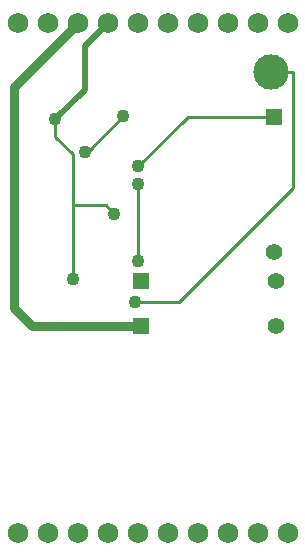
<source format=gbr>
%TF.GenerationSoftware,KiCad,Pcbnew,8.0.8*%
%TF.CreationDate,2025-03-02T20:22:08-05:00*%
%TF.ProjectId,Precharge Module V3.0,50726563-6861-4726-9765-204d6f64756c,rev?*%
%TF.SameCoordinates,Original*%
%TF.FileFunction,Copper,L2,Bot*%
%TF.FilePolarity,Positive*%
%FSLAX46Y46*%
G04 Gerber Fmt 4.6, Leading zero omitted, Abs format (unit mm)*
G04 Created by KiCad (PCBNEW 8.0.8) date 2025-03-02 20:22:08*
%MOMM*%
%LPD*%
G01*
G04 APERTURE LIST*
%TA.AperFunction,ComponentPad*%
%ADD10R,1.397000X1.397000*%
%TD*%
%TA.AperFunction,ComponentPad*%
%ADD11C,1.397000*%
%TD*%
%TA.AperFunction,ComponentPad*%
%ADD12C,3.000000*%
%TD*%
%TA.AperFunction,ComponentPad*%
%ADD13C,1.750000*%
%TD*%
%TA.AperFunction,ViaPad*%
%ADD14C,1.100000*%
%TD*%
%TA.AperFunction,Conductor*%
%ADD15C,0.250000*%
%TD*%
%TA.AperFunction,Conductor*%
%ADD16C,0.500000*%
%TD*%
%TA.AperFunction,Conductor*%
%ADD17C,0.750000*%
%TD*%
G04 APERTURE END LIST*
D10*
%TO.P,R6,1*%
%TO.N,Net-(U1-VCC)*%
X61250000Y-51000000D03*
D11*
%TO.P,R6,2*%
%TO.N,Net-(Q1-E)*%
X72680000Y-51000000D03*
%TD*%
D12*
%TO.P,PC COIL -,1,1*%
%TO.N,Net-(D3-A)*%
X72250000Y-29500000D03*
%TD*%
D10*
%TO.P,R8,1*%
%TO.N,Net-(Q1-C)*%
X61250000Y-47250000D03*
D11*
%TO.P,R8,2*%
%TO.N,Net-(U2-G)*%
X72680000Y-47250000D03*
%TD*%
D10*
%TO.P,R7,1*%
%TO.N,Net-(U3-G)*%
X72500000Y-33285000D03*
D11*
%TO.P,R7,2*%
%TO.N,Net-(U2-G)*%
X72500000Y-44715000D03*
%TD*%
D13*
%TO.P,J2,1,1*%
%TO.N,N/C*%
X50800000Y-68580000D03*
%TO.P,J2,2,2*%
X53340000Y-68580000D03*
%TO.P,J2,3,3*%
X55880000Y-68580000D03*
%TO.P,J2,4,4*%
X58420000Y-68580000D03*
%TO.P,J2,5,5*%
X60960000Y-68580000D03*
%TO.P,J2,6,6*%
X63500000Y-68580000D03*
%TO.P,J2,7,7*%
X66040000Y-68580000D03*
%TO.P,J2,8,8*%
X68580000Y-68580000D03*
%TO.P,J2,9,9*%
X71120000Y-68580000D03*
%TO.P,J2,10,10*%
X73660000Y-68580000D03*
%TD*%
%TO.P,J1,1,1*%
%TO.N,Net-(U2-D)*%
X50800000Y-25400000D03*
%TO.P,J1,2,2*%
%TO.N,Net-(U3-D)*%
X53340000Y-25400000D03*
%TO.P,J1,3,3*%
%TO.N,Net-(U1-VCC)*%
X55880000Y-25400000D03*
%TO.P,J1,4,4*%
%TO.N,Net-(Q1-C)*%
X58420000Y-25400000D03*
%TO.P,J1,5,5*%
%TO.N,Net-(D3-A)*%
X60960000Y-25400000D03*
%TO.P,J1,6,6*%
%TO.N,unconnected-(J1-Pad6)*%
X63500000Y-25400000D03*
%TO.P,J1,7,7*%
%TO.N,unconnected-(J1-Pad7)*%
X66040000Y-25400000D03*
%TO.P,J1,8,8*%
%TO.N,unconnected-(J1-Pad8)*%
X68580000Y-25400000D03*
%TO.P,J1,9,9*%
%TO.N,unconnected-(J1-Pad9)*%
X71120000Y-25400000D03*
%TO.P,J1,10,10*%
%TO.N,unconnected-(J1-Pad10)*%
X73660000Y-25400000D03*
%TD*%
D14*
%TO.N,Net-(Q1-C)*%
X55500000Y-47000000D03*
X54000000Y-33500000D03*
X59000000Y-41500000D03*
%TO.N,Net-(U1-CV)*%
X61000000Y-39000000D03*
X61000000Y-45500000D03*
%TO.N,Net-(D3-A)*%
X60750000Y-49000000D03*
%TO.N,Net-(U1-THR)*%
X56500000Y-36250000D03*
X59750000Y-33250000D03*
%TO.N,Net-(U3-G)*%
X61000000Y-37500000D03*
%TD*%
D15*
%TO.N,Net-(Q1-C)*%
X54000000Y-33500000D02*
X54000000Y-35000000D01*
D16*
X54000000Y-33500000D02*
X56500000Y-31000000D01*
D15*
X55500000Y-47000000D02*
X55500000Y-40750000D01*
D16*
X56500000Y-27320000D02*
X58420000Y-25400000D01*
X56500000Y-31000000D02*
X56500000Y-27320000D01*
D15*
X54000000Y-35000000D02*
X55500000Y-36500000D01*
X59000000Y-41500000D02*
X58250000Y-40750000D01*
X55500000Y-36500000D02*
X55500000Y-40750000D01*
X58250000Y-40750000D02*
X55500000Y-40750000D01*
%TO.N,Net-(U1-CV)*%
X61000000Y-39000000D02*
X61000000Y-45500000D01*
%TO.N,Net-(D3-A)*%
X64447000Y-49000000D02*
X74138000Y-39309000D01*
X74138000Y-39309000D02*
X74138000Y-29500000D01*
X74138000Y-29500000D02*
X72250000Y-29500000D01*
X60750000Y-49000000D02*
X64447000Y-49000000D01*
%TO.N,Net-(U1-THR)*%
X59750000Y-33250000D02*
X56750000Y-36250000D01*
X56750000Y-36250000D02*
X56500000Y-36250000D01*
D17*
%TO.N,Net-(U1-VCC)*%
X50500000Y-49500000D02*
X50500000Y-30780000D01*
X52000000Y-51000000D02*
X50500000Y-49500000D01*
X52000000Y-51000000D02*
X61250000Y-51000000D01*
X55880000Y-25400000D02*
X50500000Y-30780000D01*
D15*
%TO.N,Net-(U3-G)*%
X61000000Y-37500000D02*
X65215000Y-33285000D01*
X65215000Y-33285000D02*
X72500000Y-33285000D01*
%TD*%
M02*

</source>
